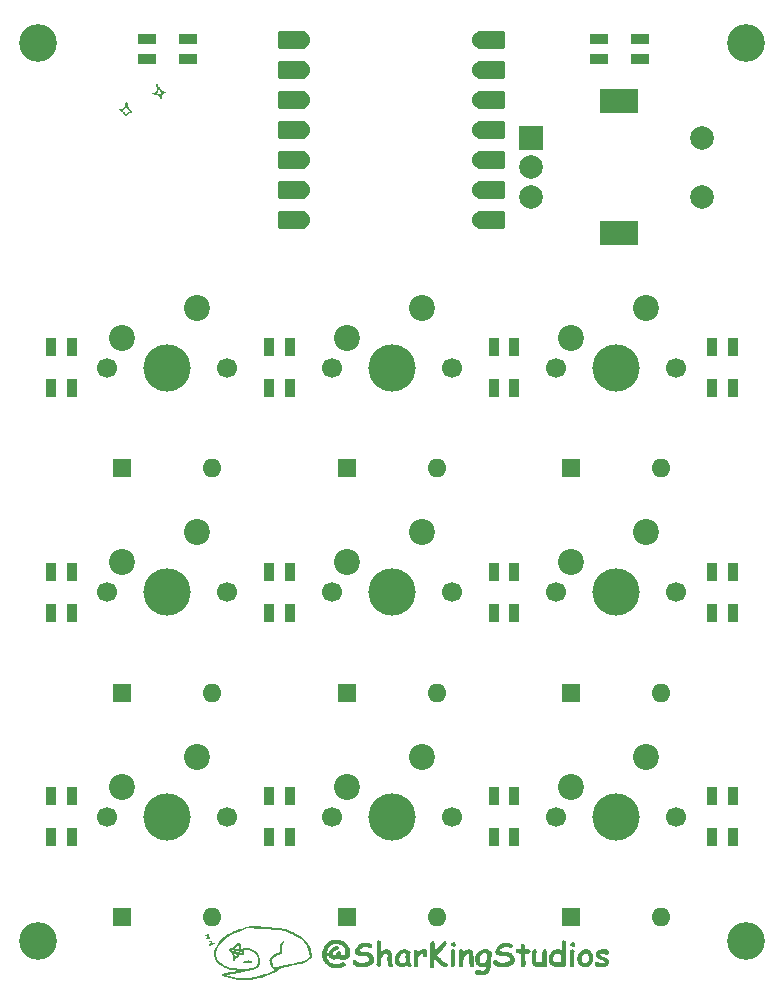
<source format=gts>
%TF.GenerationSoftware,KiCad,Pcbnew,8.0.8*%
%TF.CreationDate,2025-02-13T12:07:57-05:00*%
%TF.ProjectId,SplashPad,53706c61-7368-4506-9164-2e6b69636164,1*%
%TF.SameCoordinates,Original*%
%TF.FileFunction,Soldermask,Top*%
%TF.FilePolarity,Negative*%
%FSLAX46Y46*%
G04 Gerber Fmt 4.6, Leading zero omitted, Abs format (unit mm)*
G04 Created by KiCad (PCBNEW 8.0.8) date 2025-02-13 12:07:57*
%MOMM*%
%LPD*%
G01*
G04 APERTURE LIST*
G04 Aperture macros list*
%AMRoundRect*
0 Rectangle with rounded corners*
0 $1 Rounding radius*
0 $2 $3 $4 $5 $6 $7 $8 $9 X,Y pos of 4 corners*
0 Add a 4 corners polygon primitive as box body*
4,1,4,$2,$3,$4,$5,$6,$7,$8,$9,$2,$3,0*
0 Add four circle primitives for the rounded corners*
1,1,$1+$1,$2,$3*
1,1,$1+$1,$4,$5*
1,1,$1+$1,$6,$7*
1,1,$1+$1,$8,$9*
0 Add four rect primitives between the rounded corners*
20,1,$1+$1,$2,$3,$4,$5,0*
20,1,$1+$1,$4,$5,$6,$7,0*
20,1,$1+$1,$6,$7,$8,$9,0*
20,1,$1+$1,$8,$9,$2,$3,0*%
G04 Aperture macros list end*
%ADD10C,0.300000*%
%ADD11C,0.000000*%
%ADD12R,0.850000X1.600000*%
%ADD13R,1.600000X1.600000*%
%ADD14O,1.600000X1.600000*%
%ADD15C,1.700000*%
%ADD16C,4.000000*%
%ADD17C,2.200000*%
%ADD18C,3.200000*%
%ADD19R,2.000000X2.000000*%
%ADD20C,2.000000*%
%ADD21R,3.200000X2.000000*%
%ADD22R,1.600000X0.850000*%
%ADD23RoundRect,0.152400X1.063600X0.609600X-1.063600X0.609600X-1.063600X-0.609600X1.063600X-0.609600X0*%
%ADD24C,1.524000*%
%ADD25RoundRect,0.152400X-1.063600X-0.609600X1.063600X-0.609600X1.063600X0.609600X-1.063600X0.609600X0*%
G04 APERTURE END LIST*
D10*
G36*
X162294207Y-147628527D02*
G01*
X162193243Y-147614051D01*
X162103698Y-147577236D01*
X162020257Y-147524543D01*
X161942608Y-147462385D01*
X161912700Y-147435087D01*
X161836639Y-147500156D01*
X161762735Y-147544996D01*
X161670167Y-147584197D01*
X161589811Y-147597264D01*
X161483480Y-147584241D01*
X161391289Y-147550251D01*
X161302421Y-147495163D01*
X161263991Y-147463907D01*
X161190318Y-147386344D01*
X161136737Y-147294181D01*
X161112923Y-147195720D01*
X161111584Y-147164954D01*
X161121775Y-147052528D01*
X161152349Y-146944777D01*
X161194779Y-146856140D01*
X161252184Y-146770937D01*
X161324563Y-146689169D01*
X161408524Y-146615295D01*
X161496640Y-146556705D01*
X161588912Y-146513400D01*
X161685341Y-146485379D01*
X161785925Y-146472642D01*
X161820376Y-146471793D01*
X161920691Y-146491164D01*
X161980977Y-146569861D01*
X161984996Y-146609546D01*
X161949427Y-146704891D01*
X161866720Y-146762914D01*
X161858967Y-146766350D01*
X161758736Y-146809123D01*
X161666082Y-146848893D01*
X161624005Y-146867466D01*
X161551974Y-146938490D01*
X161509843Y-147031332D01*
X161497487Y-147134668D01*
X161520935Y-147184005D01*
X161588346Y-147222107D01*
X161684047Y-147196440D01*
X161755896Y-147126852D01*
X161862875Y-146945136D01*
X161935048Y-146871496D01*
X162016748Y-146846950D01*
X162114588Y-146880236D01*
X162156380Y-146970752D01*
X162159874Y-147020851D01*
X162150593Y-147103405D01*
X162141800Y-147187424D01*
X162196999Y-147251905D01*
X162294207Y-147253370D01*
X162392864Y-147245116D01*
X162489256Y-147207256D01*
X162515491Y-147183517D01*
X162557623Y-147093025D01*
X162570790Y-146992297D01*
X162571667Y-146952463D01*
X162562926Y-146843653D01*
X162536702Y-146742536D01*
X162492996Y-146649113D01*
X162431808Y-146563384D01*
X162353137Y-146485348D01*
X162323028Y-146461046D01*
X162232719Y-146400951D01*
X162135816Y-146353289D01*
X162032318Y-146318061D01*
X161922226Y-146295266D01*
X161805539Y-146284905D01*
X161765177Y-146284214D01*
X161653203Y-146290726D01*
X161549003Y-146310261D01*
X161452580Y-146342818D01*
X161363932Y-146388399D01*
X161283060Y-146447003D01*
X161209964Y-146518630D01*
X161182903Y-146550928D01*
X161116997Y-146646171D01*
X161064727Y-146750550D01*
X161031585Y-146844512D01*
X161007912Y-146944819D01*
X160993708Y-147051470D01*
X160988974Y-147164466D01*
X160994483Y-147267348D01*
X161011013Y-147365031D01*
X161045394Y-147475387D01*
X161095643Y-147578255D01*
X161161760Y-147673636D01*
X161214654Y-147733063D01*
X161291195Y-147802019D01*
X161374271Y-147859287D01*
X161463882Y-147904868D01*
X161560029Y-147938761D01*
X161662711Y-147960967D01*
X161771928Y-147971486D01*
X161817445Y-147972421D01*
X161920924Y-147959827D01*
X162017315Y-147936025D01*
X162115638Y-147905800D01*
X162208646Y-147873686D01*
X162290300Y-147843461D01*
X162384266Y-147816212D01*
X162387508Y-147816106D01*
X162483208Y-147843033D01*
X162524773Y-147878632D01*
X162574741Y-147967850D01*
X162581437Y-148020293D01*
X162544264Y-148114725D01*
X162458552Y-148184088D01*
X162357480Y-148233122D01*
X162266852Y-148265512D01*
X162159502Y-148297489D01*
X162057574Y-148321612D01*
X161961070Y-148337881D01*
X161857419Y-148346857D01*
X161820376Y-148347578D01*
X161695675Y-148342411D01*
X161575828Y-148326909D01*
X161460836Y-148301073D01*
X161350697Y-148264902D01*
X161245413Y-148218396D01*
X161144984Y-148161557D01*
X161049409Y-148094382D01*
X160958688Y-148016873D01*
X160873737Y-147929839D01*
X160800113Y-147837507D01*
X160737816Y-147739879D01*
X160686845Y-147636953D01*
X160647202Y-147528731D01*
X160618885Y-147415211D01*
X160601895Y-147296395D01*
X160596231Y-147172281D01*
X160600956Y-147044084D01*
X160615129Y-146921078D01*
X160638752Y-146803261D01*
X160671824Y-146690635D01*
X160714345Y-146583198D01*
X160766316Y-146480952D01*
X160827735Y-146383896D01*
X160898604Y-146292030D01*
X160983631Y-146202271D01*
X161075314Y-146124480D01*
X161173652Y-146058656D01*
X161278646Y-146004801D01*
X161390295Y-145962913D01*
X161508600Y-145932993D01*
X161633561Y-145915041D01*
X161731649Y-145909431D01*
X161765177Y-145909057D01*
X161883933Y-145913446D01*
X161998399Y-145926612D01*
X162108575Y-145948556D01*
X162214462Y-145979277D01*
X162316060Y-146018776D01*
X162413367Y-146067052D01*
X162506386Y-146124106D01*
X162595115Y-146189937D01*
X162681439Y-146267339D01*
X162756254Y-146349824D01*
X162819559Y-146437393D01*
X162871353Y-146530045D01*
X162911638Y-146627780D01*
X162940413Y-146730599D01*
X162957678Y-146838501D01*
X162963433Y-146951486D01*
X162957594Y-147065408D01*
X162940077Y-147169404D01*
X162910882Y-147263474D01*
X162862063Y-147360676D01*
X162797348Y-147444368D01*
X162714000Y-147516125D01*
X162615692Y-147570258D01*
X162519521Y-147602630D01*
X162412360Y-147622053D01*
X162314663Y-147628347D01*
X162294207Y-147628527D01*
G37*
G36*
X163891067Y-148253789D02*
G01*
X163785687Y-148249984D01*
X163687535Y-148238571D01*
X163579291Y-148214832D01*
X163481455Y-148180136D01*
X163394025Y-148134484D01*
X163341521Y-148097962D01*
X163267576Y-148030703D01*
X163209642Y-147948980D01*
X163176631Y-147850653D01*
X163172505Y-147798520D01*
X163192922Y-147701472D01*
X163224773Y-147654417D01*
X163310415Y-147604017D01*
X163368876Y-147597264D01*
X163464392Y-147620265D01*
X163534663Y-147689267D01*
X163550104Y-147717431D01*
X163609756Y-147795355D01*
X163700783Y-147847777D01*
X163808036Y-147872965D01*
X163904745Y-147878632D01*
X164007267Y-147874074D01*
X164108386Y-147860399D01*
X164208103Y-147837609D01*
X164306417Y-147805702D01*
X164361967Y-147783377D01*
X164451426Y-147739913D01*
X164534159Y-147681284D01*
X164587968Y-147598302D01*
X164591556Y-147569420D01*
X164574701Y-147472474D01*
X164511322Y-147391092D01*
X164448918Y-147358883D01*
X164343634Y-147335665D01*
X164241540Y-147324918D01*
X164131271Y-147318620D01*
X164040544Y-147315896D01*
X163939040Y-147309522D01*
X163842259Y-147295527D01*
X163737433Y-147270202D01*
X163638774Y-147234924D01*
X163615073Y-147224549D01*
X163528737Y-147177214D01*
X163451019Y-147113003D01*
X163392538Y-147027770D01*
X163366419Y-146929898D01*
X163364968Y-146889937D01*
X163376188Y-146788786D01*
X163406917Y-146690864D01*
X163457155Y-146596170D01*
X163526901Y-146504705D01*
X163599926Y-146430950D01*
X163650244Y-146387773D01*
X163739731Y-146321914D01*
X163832033Y-146267217D01*
X163927149Y-146223682D01*
X164025080Y-146191311D01*
X164125826Y-146170102D01*
X164229386Y-146160055D01*
X164271598Y-146159162D01*
X164371734Y-146166666D01*
X164475690Y-146186511D01*
X164579773Y-146214975D01*
X164604256Y-146222665D01*
X164699996Y-146258218D01*
X164788538Y-146307295D01*
X164849005Y-146391164D01*
X164849965Y-146403893D01*
X164824477Y-146500391D01*
X164800628Y-146533342D01*
X164719417Y-146587915D01*
X164658967Y-146596845D01*
X164559837Y-146585824D01*
X164466015Y-146565582D01*
X164365570Y-146544211D01*
X164271598Y-146534319D01*
X164173285Y-146541364D01*
X164067401Y-146563785D01*
X163975125Y-146597097D01*
X163935031Y-146615896D01*
X163847962Y-146668571D01*
X163780242Y-146746963D01*
X163769923Y-146794193D01*
X163819748Y-146876748D01*
X163912711Y-146912073D01*
X163970690Y-146922177D01*
X164069493Y-146927397D01*
X164168063Y-146932618D01*
X164266402Y-146937839D01*
X164320935Y-146940739D01*
X164430924Y-146953963D01*
X164531915Y-146976048D01*
X164638363Y-147013013D01*
X164732564Y-147062040D01*
X164803558Y-147113663D01*
X164879503Y-147192403D01*
X164936795Y-147283297D01*
X164975433Y-147386347D01*
X164993706Y-147484349D01*
X164998464Y-147572840D01*
X164988602Y-147680206D01*
X164959013Y-147779129D01*
X164909700Y-147869609D01*
X164840660Y-147951645D01*
X164751896Y-148025238D01*
X164666682Y-148078032D01*
X164594487Y-148114082D01*
X164496169Y-148154329D01*
X164393559Y-148187755D01*
X164286655Y-148214360D01*
X164175457Y-148234142D01*
X164059967Y-148247104D01*
X163940183Y-148253243D01*
X163891067Y-148253789D01*
G37*
G36*
X165594905Y-146918757D02*
G01*
X165672071Y-146851461D01*
X165760318Y-146794525D01*
X165809839Y-146770746D01*
X165905770Y-146739119D01*
X166007021Y-146723615D01*
X166055547Y-146721898D01*
X166164785Y-146730110D01*
X166267971Y-146758983D01*
X166358150Y-146815445D01*
X166393579Y-146853300D01*
X166442649Y-146941846D01*
X166470632Y-147038408D01*
X166485783Y-147143015D01*
X166486880Y-147155673D01*
X166491298Y-147260840D01*
X166496001Y-147366294D01*
X166500991Y-147472034D01*
X166502023Y-147493217D01*
X166511976Y-147592593D01*
X166522272Y-147694041D01*
X166529378Y-147761395D01*
X166543457Y-147861280D01*
X166561054Y-147959843D01*
X166575785Y-148026643D01*
X166582623Y-148077445D01*
X166552341Y-148173811D01*
X166524005Y-148203963D01*
X166434610Y-148248923D01*
X166387718Y-148253789D01*
X166291123Y-148231377D01*
X166223163Y-148157112D01*
X166207955Y-148117990D01*
X166183866Y-148022918D01*
X166165052Y-147924381D01*
X166149098Y-147820689D01*
X166147383Y-147808290D01*
X166135340Y-147705988D01*
X166126581Y-147605009D01*
X166122494Y-147501465D01*
X166122470Y-147493705D01*
X166125679Y-147395364D01*
X166125889Y-147391123D01*
X166129782Y-147292892D01*
X166129797Y-147288541D01*
X166128412Y-147190121D01*
X166126866Y-147171793D01*
X166062752Y-147097347D01*
X166055547Y-147097055D01*
X165954115Y-147113274D01*
X165859378Y-147161934D01*
X165779064Y-147234319D01*
X165714951Y-147317907D01*
X165658164Y-147406693D01*
X165606140Y-147495170D01*
X165605385Y-147610751D01*
X165603118Y-147714226D01*
X165598159Y-147826546D01*
X165589092Y-147936364D01*
X165571712Y-148040419D01*
X165557780Y-148080865D01*
X165493559Y-148160105D01*
X165394534Y-148191155D01*
X165387299Y-148191263D01*
X165289697Y-148167020D01*
X165250523Y-148139972D01*
X165196747Y-148058364D01*
X165190928Y-148013942D01*
X165206071Y-147941646D01*
X165215108Y-147834302D01*
X165219077Y-147722835D01*
X165221813Y-147613951D01*
X165222679Y-147572840D01*
X165220681Y-147457080D01*
X165219882Y-147341041D01*
X165219810Y-147235398D01*
X165220241Y-147118368D01*
X165221176Y-146989949D01*
X165222208Y-146886162D01*
X165223523Y-146775970D01*
X165225122Y-146659371D01*
X165228053Y-146614431D01*
X165232780Y-146516247D01*
X165236154Y-146418565D01*
X165236357Y-146399009D01*
X165226967Y-146298776D01*
X165223168Y-146273956D01*
X165211472Y-146175978D01*
X165210467Y-146148904D01*
X165239488Y-146051638D01*
X165266643Y-146021409D01*
X165355408Y-145976449D01*
X165402930Y-145971584D01*
X165498594Y-145995689D01*
X165564913Y-146068004D01*
X165585624Y-146117641D01*
X165604207Y-146214813D01*
X165610882Y-146320372D01*
X165611514Y-146371653D01*
X165610346Y-146475586D01*
X165606843Y-146580756D01*
X165603210Y-146651556D01*
X165598149Y-146752558D01*
X165595424Y-146852598D01*
X165594905Y-146918757D01*
G37*
G36*
X167673442Y-146732133D02*
G01*
X167768583Y-146756300D01*
X167861061Y-146790204D01*
X167871737Y-146794682D01*
X167962565Y-146840416D01*
X168039606Y-146902565D01*
X168079344Y-146998869D01*
X168047592Y-147084354D01*
X168030373Y-147180891D01*
X168026099Y-147220153D01*
X168020174Y-147320737D01*
X168018771Y-147411151D01*
X168020548Y-147517286D01*
X168026929Y-147621639D01*
X168041431Y-147726663D01*
X168055896Y-147783377D01*
X168095693Y-147872953D01*
X168118911Y-147923572D01*
X168159211Y-148014919D01*
X168172644Y-148056441D01*
X168141320Y-148149955D01*
X168116957Y-148175143D01*
X168028074Y-148218778D01*
X167988485Y-148222526D01*
X167894101Y-148183731D01*
X167813291Y-148121827D01*
X167788206Y-148099916D01*
X167697577Y-148141155D01*
X167602608Y-148178675D01*
X167565457Y-148191263D01*
X167466315Y-148216542D01*
X167401814Y-148222526D01*
X167302500Y-148218232D01*
X167193964Y-148201746D01*
X167097038Y-148172895D01*
X166998630Y-148123607D01*
X166916023Y-148057490D01*
X166905512Y-148046671D01*
X166840988Y-147961152D01*
X166792312Y-147858898D01*
X166763203Y-147757930D01*
X166745738Y-147644666D01*
X166740301Y-147544996D01*
X167120446Y-147544996D01*
X167126886Y-147649791D01*
X167151616Y-147752373D01*
X167186392Y-147818548D01*
X167262706Y-147884114D01*
X167360078Y-147909092D01*
X167384228Y-147909895D01*
X167482062Y-147900079D01*
X167545429Y-147882051D01*
X167637249Y-147836943D01*
X167689043Y-147799986D01*
X167675099Y-147684621D01*
X167664039Y-147580694D01*
X167654783Y-147473901D01*
X167649012Y-147370914D01*
X167648011Y-147316873D01*
X167653872Y-147217222D01*
X167668061Y-147117081D01*
X167672435Y-147091681D01*
X167623586Y-147072142D01*
X167587438Y-147065792D01*
X167485910Y-147077229D01*
X167391800Y-147111541D01*
X167305109Y-147168728D01*
X167260153Y-147210383D01*
X167192619Y-147295310D01*
X167147187Y-147387423D01*
X167123857Y-147486724D01*
X167120446Y-147544996D01*
X166740301Y-147544996D01*
X166740077Y-147540887D01*
X166739916Y-147519106D01*
X166745879Y-147418685D01*
X166768776Y-147304288D01*
X166808848Y-147196554D01*
X166866092Y-147095483D01*
X166926914Y-147016348D01*
X166984159Y-146956371D01*
X167062987Y-146888822D01*
X167146513Y-146832723D01*
X167234739Y-146788072D01*
X167327663Y-146754870D01*
X167425286Y-146733118D01*
X167527608Y-146722814D01*
X167569853Y-146721898D01*
X167673442Y-146732133D01*
G37*
G36*
X169509630Y-147193286D02*
G01*
X169489584Y-147297893D01*
X169429297Y-147379254D01*
X169329643Y-147409474D01*
X169318632Y-147409685D01*
X169219902Y-147388906D01*
X169156058Y-147310767D01*
X169145219Y-147233831D01*
X169138381Y-147097055D01*
X169028775Y-147122494D01*
X168931499Y-147162909D01*
X168846554Y-147218298D01*
X168773940Y-147288663D01*
X168713656Y-147374003D01*
X168696301Y-147405778D01*
X168697766Y-148077445D01*
X168670008Y-148173361D01*
X168644033Y-148203475D01*
X168556527Y-148248875D01*
X168507745Y-148253789D01*
X168412597Y-148230437D01*
X168375854Y-148199567D01*
X168334638Y-148110449D01*
X168331891Y-148074026D01*
X168331891Y-147183028D01*
X168333629Y-147082577D01*
X168334333Y-147057487D01*
X168337032Y-146958412D01*
X168337264Y-146931458D01*
X168360985Y-146835037D01*
X168383182Y-146804452D01*
X168469826Y-146757218D01*
X168514584Y-146753161D01*
X168611808Y-146775211D01*
X168677755Y-146848866D01*
X168696301Y-146909965D01*
X168789398Y-146846051D01*
X168886238Y-146795361D01*
X168986822Y-146757895D01*
X169091150Y-146733652D01*
X169199222Y-146722632D01*
X169236078Y-146721898D01*
X169343238Y-146739920D01*
X169433478Y-146804652D01*
X169484238Y-146899911D01*
X169506798Y-147010249D01*
X169511095Y-147098520D01*
X169509630Y-147193286D01*
G37*
G36*
X170105094Y-147547438D02*
G01*
X170103628Y-148132644D01*
X170079285Y-148229206D01*
X170069434Y-148245484D01*
X169992002Y-148306354D01*
X169929239Y-148316315D01*
X169832397Y-148294089D01*
X169758757Y-148227411D01*
X169717618Y-148136468D01*
X169710886Y-148078422D01*
X169711351Y-147974374D01*
X169712746Y-147855179D01*
X169714532Y-147748918D01*
X169716914Y-147632964D01*
X169719890Y-147507316D01*
X169722514Y-147406719D01*
X169725472Y-147300669D01*
X169728765Y-147189167D01*
X169729937Y-147150788D01*
X169733429Y-147037468D01*
X169736577Y-146929601D01*
X169739382Y-146827187D01*
X169742588Y-146699116D01*
X169745183Y-146580738D01*
X169747167Y-146472054D01*
X169748541Y-146373063D01*
X169749400Y-146262956D01*
X169749476Y-146223154D01*
X169775335Y-146126748D01*
X169804187Y-146089797D01*
X169892784Y-146039548D01*
X169941451Y-146034110D01*
X170037602Y-146058092D01*
X170078227Y-146089797D01*
X170127154Y-146176757D01*
X170132449Y-146223154D01*
X170130732Y-146329308D01*
X170126677Y-146436660D01*
X170121716Y-146534907D01*
X170120237Y-146561186D01*
X170114196Y-146662011D01*
X170108147Y-146769525D01*
X170103377Y-146867137D01*
X170102163Y-146899218D01*
X170182824Y-146814252D01*
X170266291Y-146722730D01*
X170351372Y-146628235D01*
X170425861Y-146544951D01*
X170509504Y-146451029D01*
X170602300Y-146346468D01*
X170669249Y-146270850D01*
X170740266Y-146190503D01*
X170815352Y-146105429D01*
X170897306Y-146045880D01*
X170960921Y-146034110D01*
X171059362Y-146060200D01*
X171097697Y-146089309D01*
X171150590Y-146175849D01*
X171156315Y-146222665D01*
X171117642Y-146315041D01*
X171052760Y-146409168D01*
X170987239Y-146493231D01*
X170923316Y-146570580D01*
X170849165Y-146656904D01*
X170829030Y-146679888D01*
X170752835Y-146765053D01*
X170675376Y-146849885D01*
X170596653Y-146934382D01*
X170516666Y-147018546D01*
X170435415Y-147102375D01*
X170352899Y-147185871D01*
X170319539Y-147219176D01*
X170394399Y-147290739D01*
X170469504Y-147362302D01*
X170544853Y-147433866D01*
X170620446Y-147505429D01*
X170695676Y-147574454D01*
X170777475Y-147646529D01*
X170854816Y-147711337D01*
X170936496Y-147775561D01*
X171023408Y-147827687D01*
X171087438Y-147853230D01*
X171177037Y-147900858D01*
X171229303Y-147986984D01*
X171234473Y-148033970D01*
X171208043Y-148130931D01*
X171197348Y-148148276D01*
X171118198Y-148212084D01*
X171055687Y-148222526D01*
X170950204Y-148206345D01*
X170845936Y-148165639D01*
X170747670Y-148111028D01*
X170659512Y-148051613D01*
X170565652Y-147979557D01*
X170546196Y-147963628D01*
X170463030Y-147889821D01*
X170389270Y-147820990D01*
X170314135Y-147749568D01*
X170226572Y-147665362D01*
X170147575Y-147588792D01*
X170105094Y-147547438D01*
G37*
G36*
X171725401Y-146503056D02*
G01*
X171629253Y-146483941D01*
X171572993Y-146448834D01*
X171516132Y-146366718D01*
X171508513Y-146315478D01*
X171538990Y-146218883D01*
X171572993Y-146182609D01*
X171662752Y-146135593D01*
X171725401Y-146127899D01*
X171821376Y-146147187D01*
X171877320Y-146182609D01*
X171933750Y-146264294D01*
X171941311Y-146315478D01*
X171911065Y-146412303D01*
X171877320Y-146448834D01*
X171787980Y-146495431D01*
X171725401Y-146503056D01*
G37*
G36*
X171842149Y-147527899D02*
G01*
X171843370Y-147631214D01*
X171845626Y-147730295D01*
X171847034Y-147782889D01*
X171849610Y-147883095D01*
X171851532Y-147985264D01*
X171851919Y-148037390D01*
X171826521Y-148134823D01*
X171798185Y-148170258D01*
X171711120Y-148217421D01*
X171662386Y-148222526D01*
X171566446Y-148200016D01*
X171526099Y-148170258D01*
X171478053Y-148084998D01*
X171472854Y-148037390D01*
X171471632Y-147934197D01*
X171469376Y-147835341D01*
X171467969Y-147782889D01*
X171465393Y-147682425D01*
X171463470Y-147580063D01*
X171463084Y-147527899D01*
X171465007Y-147426118D01*
X171469549Y-147327973D01*
X171475920Y-147229282D01*
X171476762Y-147217711D01*
X171483373Y-147117693D01*
X171488182Y-147018164D01*
X171490426Y-146914849D01*
X171490439Y-146907034D01*
X171515606Y-146809600D01*
X171543684Y-146774166D01*
X171631190Y-146727002D01*
X171679972Y-146721898D01*
X171775701Y-146744408D01*
X171815771Y-146774166D01*
X171864257Y-146859425D01*
X171869504Y-146907034D01*
X171867581Y-147008883D01*
X171863039Y-147107191D01*
X171856668Y-147206109D01*
X171855826Y-147217711D01*
X171849215Y-147317492D01*
X171844406Y-147416849D01*
X171842162Y-147520084D01*
X171842149Y-147527899D01*
G37*
G36*
X173278297Y-148253789D02*
G01*
X173179819Y-148234972D01*
X173109128Y-148164213D01*
X173090230Y-148094542D01*
X173075873Y-147992487D01*
X173061379Y-147890020D01*
X173051639Y-147821479D01*
X173039959Y-147724035D01*
X173032746Y-147622208D01*
X173031123Y-147548904D01*
X173035135Y-147446808D01*
X173036008Y-147431667D01*
X173040659Y-147331728D01*
X173040893Y-147314431D01*
X173043335Y-147267536D01*
X173046266Y-147206475D01*
X173020811Y-147109984D01*
X172987159Y-147097055D01*
X172885170Y-147120999D01*
X172800130Y-147178662D01*
X172739009Y-147242135D01*
X172674999Y-147329886D01*
X172625044Y-147418203D01*
X172581622Y-147516228D01*
X172548988Y-147609965D01*
X172539103Y-147710570D01*
X172536775Y-147728667D01*
X172528674Y-147829143D01*
X172528471Y-147847369D01*
X172535693Y-147947721D01*
X172537264Y-147961674D01*
X172545748Y-148060030D01*
X172546057Y-148075491D01*
X172518046Y-148172559D01*
X172491835Y-148202986D01*
X172403888Y-148248828D01*
X172355059Y-148253789D01*
X172259119Y-148231700D01*
X172218771Y-148202498D01*
X172169738Y-148114888D01*
X172165526Y-148073049D01*
X172158706Y-147971894D01*
X172157222Y-147957766D01*
X172149210Y-147857675D01*
X172148918Y-147841995D01*
X172151169Y-147739534D01*
X172156360Y-147637671D01*
X172163504Y-147533501D01*
X172167969Y-147476608D01*
X172175582Y-147378958D01*
X172181994Y-147279437D01*
X172186573Y-147173153D01*
X172187508Y-147110732D01*
X172184031Y-147012973D01*
X172182623Y-146988611D01*
X172178044Y-146889601D01*
X172177739Y-146866978D01*
X172206507Y-146771062D01*
X172233426Y-146740949D01*
X172322002Y-146695548D01*
X172370202Y-146690635D01*
X172466449Y-146711910D01*
X172534413Y-146784461D01*
X172560482Y-146882117D01*
X172562665Y-146908499D01*
X172564131Y-146923642D01*
X172640174Y-146855081D01*
X172730802Y-146793020D01*
X172823486Y-146750268D01*
X172931930Y-146725050D01*
X172987159Y-146721898D01*
X173093141Y-146732042D01*
X173195372Y-146768480D01*
X173277452Y-146831419D01*
X173339383Y-146920857D01*
X173345708Y-146933900D01*
X173380484Y-147036482D01*
X173399031Y-147138332D01*
X173408498Y-147241875D01*
X173411589Y-147341343D01*
X173411653Y-147358883D01*
X173411653Y-147454138D01*
X173410188Y-147541577D01*
X173415798Y-147644639D01*
X173428077Y-147741884D01*
X173439497Y-147811221D01*
X173455211Y-147908355D01*
X173466385Y-148008922D01*
X173469295Y-148079399D01*
X173440779Y-148174163D01*
X173414096Y-148203963D01*
X173326401Y-148248923D01*
X173278297Y-148253789D01*
G37*
G36*
X174514386Y-146727138D02*
G01*
X174613870Y-146746207D01*
X174637752Y-146753649D01*
X174727202Y-146796622D01*
X174789183Y-146849881D01*
X174888469Y-146883832D01*
X174949778Y-146965371D01*
X174963572Y-147056999D01*
X174957240Y-147158901D01*
X174943055Y-147262525D01*
X174934752Y-147311500D01*
X174917872Y-147413590D01*
X174903258Y-147517446D01*
X174890910Y-147623067D01*
X174880828Y-147730453D01*
X174873011Y-147839603D01*
X174867461Y-147950519D01*
X174865875Y-147995380D01*
X174860563Y-148102824D01*
X174851465Y-148202650D01*
X174834769Y-148316722D01*
X174812157Y-148418891D01*
X174777215Y-148525784D01*
X174733755Y-148615537D01*
X174717376Y-148641646D01*
X174654426Y-148719046D01*
X174577928Y-148783326D01*
X174487883Y-148834489D01*
X174384289Y-148872532D01*
X174267148Y-148897457D01*
X174163681Y-148907952D01*
X174080390Y-148910314D01*
X173955140Y-148906512D01*
X173846589Y-148895109D01*
X173734385Y-148870165D01*
X173634184Y-148824553D01*
X173564775Y-148749720D01*
X173545987Y-148667048D01*
X173566604Y-148567231D01*
X173593859Y-148526364D01*
X173678770Y-148476881D01*
X173720376Y-148472630D01*
X173818722Y-148484842D01*
X173897697Y-148503893D01*
X173993613Y-148525265D01*
X174091097Y-148535034D01*
X174102372Y-148535157D01*
X174208804Y-148526810D01*
X174307302Y-148497959D01*
X174391628Y-148442421D01*
X174404256Y-148429644D01*
X174459338Y-148341813D01*
X174490924Y-148244706D01*
X174508815Y-148139315D01*
X174514166Y-148079888D01*
X174434845Y-148145600D01*
X174356385Y-148186866D01*
X174258274Y-148214690D01*
X174163921Y-148222526D01*
X174064946Y-148216172D01*
X173958590Y-148192697D01*
X173862052Y-148151924D01*
X173775332Y-148093855D01*
X173719399Y-148041786D01*
X173652781Y-147957874D01*
X173602525Y-147864284D01*
X173568632Y-147761018D01*
X173551101Y-147648074D01*
X173548429Y-147579190D01*
X173548972Y-147567955D01*
X173925052Y-147567955D01*
X173931063Y-147666253D01*
X173954143Y-147762424D01*
X173986601Y-147824410D01*
X174064026Y-147888524D01*
X174164562Y-147909811D01*
X174172226Y-147909895D01*
X174271148Y-147883902D01*
X174356236Y-147820246D01*
X174398883Y-147774096D01*
X174456776Y-147693830D01*
X174502572Y-147598392D01*
X174521004Y-147519595D01*
X174538254Y-147418825D01*
X174553153Y-147316640D01*
X174566991Y-147211501D01*
X174579447Y-147109697D01*
X174581577Y-147091681D01*
X174492094Y-147050082D01*
X174489253Y-147049183D01*
X174401814Y-147034528D01*
X174292027Y-147044451D01*
X174195184Y-147074218D01*
X174101710Y-147131427D01*
X174040334Y-147193286D01*
X173984607Y-147281381D01*
X173947118Y-147383000D01*
X173929105Y-147484681D01*
X173925052Y-147567955D01*
X173548972Y-147567955D01*
X173553999Y-147463981D01*
X173570707Y-147355880D01*
X173598554Y-147254886D01*
X173637540Y-147161000D01*
X173687664Y-147074223D01*
X173748928Y-146994553D01*
X173776552Y-146964675D01*
X173854490Y-146894734D01*
X173940538Y-146836648D01*
X174034696Y-146790416D01*
X174136963Y-146756038D01*
X174247340Y-146733515D01*
X174365826Y-146722846D01*
X174415491Y-146721898D01*
X174514386Y-146727138D01*
G37*
G36*
X175790579Y-148253789D02*
G01*
X175685199Y-148249984D01*
X175587046Y-148238571D01*
X175478803Y-148214832D01*
X175380966Y-148180136D01*
X175293537Y-148134484D01*
X175241032Y-148097962D01*
X175167088Y-148030703D01*
X175109154Y-147948980D01*
X175076143Y-147850653D01*
X175072016Y-147798520D01*
X175092433Y-147701472D01*
X175124284Y-147654417D01*
X175209926Y-147604017D01*
X175268387Y-147597264D01*
X175363904Y-147620265D01*
X175434175Y-147689267D01*
X175449616Y-147717431D01*
X175509267Y-147795355D01*
X175600294Y-147847777D01*
X175707548Y-147872965D01*
X175804256Y-147878632D01*
X175906778Y-147874074D01*
X176007898Y-147860399D01*
X176107615Y-147837609D01*
X176205929Y-147805702D01*
X176261479Y-147783377D01*
X176350938Y-147739913D01*
X176433670Y-147681284D01*
X176487480Y-147598302D01*
X176491067Y-147569420D01*
X176474213Y-147472474D01*
X176410833Y-147391092D01*
X176348429Y-147358883D01*
X176243145Y-147335665D01*
X176141052Y-147324918D01*
X176030783Y-147318620D01*
X175940055Y-147315896D01*
X175838552Y-147309522D01*
X175741770Y-147295527D01*
X175636944Y-147270202D01*
X175538285Y-147234924D01*
X175514584Y-147224549D01*
X175428248Y-147177214D01*
X175350530Y-147113003D01*
X175292049Y-147027770D01*
X175265931Y-146929898D01*
X175264480Y-146889937D01*
X175275700Y-146788786D01*
X175306428Y-146690864D01*
X175356666Y-146596170D01*
X175426413Y-146504705D01*
X175499437Y-146430950D01*
X175549755Y-146387773D01*
X175639243Y-146321914D01*
X175731544Y-146267217D01*
X175826661Y-146223682D01*
X175924592Y-146191311D01*
X176025337Y-146170102D01*
X176128897Y-146160055D01*
X176171109Y-146159162D01*
X176271245Y-146166666D01*
X176375201Y-146186511D01*
X176479284Y-146214975D01*
X176503768Y-146222665D01*
X176599508Y-146258218D01*
X176688049Y-146307295D01*
X176748516Y-146391164D01*
X176749476Y-146403893D01*
X176723989Y-146500391D01*
X176700139Y-146533342D01*
X176618928Y-146587915D01*
X176558478Y-146596845D01*
X176459349Y-146585824D01*
X176365526Y-146565582D01*
X176265081Y-146544211D01*
X176171109Y-146534319D01*
X176072796Y-146541364D01*
X175966913Y-146563785D01*
X175874636Y-146597097D01*
X175834542Y-146615896D01*
X175747474Y-146668571D01*
X175679754Y-146746963D01*
X175669434Y-146794193D01*
X175719260Y-146876748D01*
X175812223Y-146912073D01*
X175870202Y-146922177D01*
X175969004Y-146927397D01*
X176067575Y-146932618D01*
X176165914Y-146937839D01*
X176220446Y-146940739D01*
X176330436Y-146953963D01*
X176431426Y-146976048D01*
X176537875Y-147013013D01*
X176632075Y-147062040D01*
X176703070Y-147113663D01*
X176779015Y-147192403D01*
X176836306Y-147283297D01*
X176874945Y-147386347D01*
X176893217Y-147484349D01*
X176897976Y-147572840D01*
X176888113Y-147680206D01*
X176858525Y-147779129D01*
X176809211Y-147869609D01*
X176740172Y-147951645D01*
X176651407Y-148025238D01*
X176566193Y-148078032D01*
X176493998Y-148114082D01*
X176395681Y-148154329D01*
X176293070Y-148187755D01*
X176186166Y-148214360D01*
X176074969Y-148234142D01*
X175959478Y-148247104D01*
X175839694Y-148253243D01*
X175790579Y-148253789D01*
G37*
G36*
X178056664Y-147090216D02*
G01*
X177988276Y-147088262D01*
X177920376Y-147086308D01*
X177821570Y-147092867D01*
X177789951Y-147097055D01*
X177794316Y-147195153D01*
X177799468Y-147315706D01*
X177803856Y-147424550D01*
X177808269Y-147544141D01*
X177811489Y-147645438D01*
X177813993Y-147756518D01*
X177814375Y-147803893D01*
X177815840Y-147868862D01*
X177817306Y-147946043D01*
X177810299Y-148050628D01*
X177784413Y-148145296D01*
X177723104Y-148223735D01*
X177618004Y-148253789D01*
X177520014Y-148230068D01*
X177487578Y-148207871D01*
X177431797Y-148125736D01*
X177427006Y-148086727D01*
X177429204Y-147986526D01*
X177430914Y-147941158D01*
X177434584Y-147842944D01*
X177435310Y-147795589D01*
X177433784Y-147690748D01*
X177430635Y-147581583D01*
X177426700Y-147470619D01*
X177422692Y-147368762D01*
X177417922Y-147255273D01*
X177412388Y-147130152D01*
X177410886Y-147097055D01*
X177311638Y-147089606D01*
X177204729Y-147078855D01*
X177152965Y-147073119D01*
X177054792Y-147042080D01*
X176991307Y-146960004D01*
X176980530Y-146885052D01*
X177003040Y-146789142D01*
X177032798Y-146747299D01*
X177118981Y-146696168D01*
X177167620Y-146690635D01*
X177266504Y-146700526D01*
X177368020Y-146716311D01*
X177401116Y-146721898D01*
X177396720Y-146621514D01*
X177394277Y-146573398D01*
X177389539Y-146473531D01*
X177388904Y-146435157D01*
X177415456Y-146339717D01*
X177445080Y-146304731D01*
X177533845Y-146258008D01*
X177581367Y-146252951D01*
X177679599Y-146280849D01*
X177745682Y-146364544D01*
X177774853Y-146468214D01*
X177784379Y-146583940D01*
X177784577Y-146605638D01*
X177781646Y-146721898D01*
X177879740Y-146721898D01*
X177920376Y-146721898D01*
X178024928Y-146724783D01*
X178124595Y-146738748D01*
X178136287Y-146742414D01*
X178218719Y-146803108D01*
X178246089Y-146901046D01*
X178246196Y-146908988D01*
X178220799Y-147003546D01*
X178192463Y-147038436D01*
X178105398Y-147085159D01*
X178056664Y-147090216D01*
G37*
G36*
X179609071Y-147369630D02*
G01*
X179609393Y-147474072D01*
X179610039Y-147576313D01*
X179610537Y-147641228D01*
X179611310Y-147745575D01*
X179611859Y-147847241D01*
X179612002Y-147912337D01*
X179616399Y-147996357D01*
X179621284Y-148080376D01*
X179592515Y-148174888D01*
X179565596Y-148204452D01*
X179477020Y-148248971D01*
X179428820Y-148253789D01*
X179330390Y-148229853D01*
X179262735Y-148158046D01*
X179162851Y-148189215D01*
X179061034Y-148210184D01*
X178957286Y-148220951D01*
X178898813Y-148222526D01*
X178793811Y-148216150D01*
X178688653Y-148194111D01*
X178595612Y-148156330D01*
X178570062Y-148141926D01*
X178488422Y-148075923D01*
X178430348Y-147993319D01*
X178395839Y-147894114D01*
X178391765Y-147872281D01*
X178376285Y-147769151D01*
X178363429Y-147669503D01*
X178351465Y-147554521D01*
X178343279Y-147444555D01*
X178338871Y-147339603D01*
X178338032Y-147272421D01*
X178341277Y-147170188D01*
X178349612Y-147072827D01*
X178363076Y-146969360D01*
X178379064Y-146873817D01*
X178417991Y-146781241D01*
X178501711Y-146729167D01*
X178564689Y-146721898D01*
X178663088Y-146744755D01*
X178700488Y-146770258D01*
X178753611Y-146856628D01*
X178757152Y-146891891D01*
X178749329Y-146990313D01*
X178737124Y-147074096D01*
X178723433Y-147170921D01*
X178717096Y-147262163D01*
X178718140Y-147363142D01*
X178721746Y-147466640D01*
X178728688Y-147569909D01*
X178730286Y-147587494D01*
X178741963Y-147684810D01*
X178760102Y-147781328D01*
X178769364Y-147817083D01*
X178835799Y-147839553D01*
X178898325Y-147847369D01*
X178996795Y-147843218D01*
X179101084Y-147830768D01*
X179199921Y-147812465D01*
X179233914Y-147804870D01*
X179233592Y-147703040D01*
X179232792Y-147604889D01*
X179232449Y-147572840D01*
X179230663Y-147468632D01*
X179229564Y-147367943D01*
X179229518Y-147349602D01*
X179230445Y-147250180D01*
X179233871Y-147140786D01*
X179239822Y-147038497D01*
X179249714Y-146930298D01*
X179255896Y-146879678D01*
X179291754Y-146783531D01*
X179376801Y-146729448D01*
X179442498Y-146721898D01*
X179538829Y-146743356D01*
X179581228Y-146771723D01*
X179632488Y-146856470D01*
X179634961Y-146896775D01*
X179628893Y-147016149D01*
X179623634Y-147118304D01*
X179618199Y-147221783D01*
X179612712Y-147321453D01*
X179609071Y-147369630D01*
G37*
G36*
X181184695Y-145996519D02*
G01*
X181218632Y-146024340D01*
X181264066Y-146112290D01*
X181267969Y-146153300D01*
X181266015Y-146266018D01*
X181261985Y-146366746D01*
X181255757Y-146481349D01*
X181248887Y-146587451D01*
X181240491Y-146703190D01*
X181236706Y-146752184D01*
X181227840Y-146871636D01*
X181220477Y-146981476D01*
X181214617Y-147081704D01*
X181209568Y-147189289D01*
X181206412Y-147297311D01*
X181205931Y-147350579D01*
X181206427Y-147468235D01*
X181207916Y-147575740D01*
X181211171Y-147695846D01*
X181215978Y-147800090D01*
X181223791Y-147904247D01*
X181237683Y-148007592D01*
X181241591Y-148047648D01*
X181213075Y-148143509D01*
X181186392Y-148173189D01*
X181098408Y-148218623D01*
X181058897Y-148222526D01*
X180961129Y-148193932D01*
X180907955Y-148132156D01*
X180818632Y-148176234D01*
X180720279Y-148204322D01*
X180714026Y-148205429D01*
X180612177Y-148218251D01*
X180513588Y-148222509D01*
X180506908Y-148222526D01*
X180395178Y-148215759D01*
X180290799Y-148195461D01*
X180193770Y-148161629D01*
X180104091Y-148114265D01*
X180021762Y-148053368D01*
X179995952Y-148030062D01*
X179925398Y-147952628D01*
X179869442Y-147867603D01*
X179828083Y-147774987D01*
X179801321Y-147674781D01*
X179789157Y-147566984D01*
X179788346Y-147529364D01*
X179788686Y-147522037D01*
X180141521Y-147522037D01*
X180159660Y-147624498D01*
X180214078Y-147714382D01*
X180251430Y-147751625D01*
X180338877Y-147809969D01*
X180436352Y-147841385D01*
X180506908Y-147847369D01*
X180604816Y-147841027D01*
X180667620Y-147824898D01*
X180752433Y-147774615D01*
X180793649Y-147745275D01*
X180839078Y-147707173D01*
X180837664Y-147603367D01*
X180837704Y-147501589D01*
X180838185Y-147388789D01*
X180838901Y-147276764D01*
X180839078Y-147252393D01*
X180775487Y-147173530D01*
X180720865Y-147135645D01*
X180624790Y-147103424D01*
X180547941Y-147097055D01*
X180441672Y-147105478D01*
X180342449Y-147134596D01*
X180256223Y-147190649D01*
X180243126Y-147203545D01*
X180185278Y-147289004D01*
X180153527Y-147388533D01*
X180141918Y-147495892D01*
X180141521Y-147522037D01*
X179788686Y-147522037D01*
X179793438Y-147419648D01*
X179808715Y-147316730D01*
X179834177Y-147220610D01*
X179878175Y-147114238D01*
X179936839Y-147017655D01*
X179996929Y-146944647D01*
X180079813Y-146868947D01*
X180171662Y-146808909D01*
X180272475Y-146764533D01*
X180382253Y-146735819D01*
X180480582Y-146723855D01*
X180542568Y-146721898D01*
X180640143Y-146727393D01*
X180726727Y-146743879D01*
X180819501Y-146779943D01*
X180866922Y-146809825D01*
X180871433Y-146693573D01*
X180876173Y-146586618D01*
X180881142Y-146488959D01*
X180887675Y-146379958D01*
X180895986Y-146268331D01*
X180906335Y-146164537D01*
X180909420Y-146140111D01*
X180941125Y-146044162D01*
X181018780Y-145982117D01*
X181088206Y-145971584D01*
X181184695Y-145996519D01*
G37*
G36*
X181817515Y-146503056D02*
G01*
X181721367Y-146483941D01*
X181665108Y-146448834D01*
X181608247Y-146366718D01*
X181600628Y-146315478D01*
X181631104Y-146218883D01*
X181665108Y-146182609D01*
X181754867Y-146135593D01*
X181817515Y-146127899D01*
X181913491Y-146147187D01*
X181969434Y-146182609D01*
X182025864Y-146264294D01*
X182033426Y-146315478D01*
X182003180Y-146412303D01*
X181969434Y-146448834D01*
X181880095Y-146495431D01*
X181817515Y-146503056D01*
G37*
G36*
X181934263Y-147527899D02*
G01*
X181935484Y-147631214D01*
X181937741Y-147730295D01*
X181939148Y-147782889D01*
X181941724Y-147883095D01*
X181943647Y-147985264D01*
X181944033Y-148037390D01*
X181918636Y-148134823D01*
X181890300Y-148170258D01*
X181803235Y-148217421D01*
X181754501Y-148222526D01*
X181658560Y-148200016D01*
X181618213Y-148170258D01*
X181570168Y-148084998D01*
X181564968Y-148037390D01*
X181563747Y-147934197D01*
X181561490Y-147835341D01*
X181560083Y-147782889D01*
X181557507Y-147682425D01*
X181555585Y-147580063D01*
X181555198Y-147527899D01*
X181557122Y-147426118D01*
X181561663Y-147327973D01*
X181568034Y-147229282D01*
X181568876Y-147217711D01*
X181575488Y-147117693D01*
X181580296Y-147018164D01*
X181582540Y-146914849D01*
X181582554Y-146907034D01*
X181607720Y-146809600D01*
X181635799Y-146774166D01*
X181723304Y-146727002D01*
X181772086Y-146721898D01*
X181867816Y-146744408D01*
X181907885Y-146774166D01*
X181956371Y-146859425D01*
X181961618Y-146907034D01*
X181959695Y-147008883D01*
X181955154Y-147107191D01*
X181948782Y-147206109D01*
X181947941Y-147217711D01*
X181941329Y-147317492D01*
X181936521Y-147416849D01*
X181934277Y-147520084D01*
X181934263Y-147527899D01*
G37*
G36*
X183053220Y-146729763D02*
G01*
X183158734Y-146758821D01*
X183253495Y-146809291D01*
X183337504Y-146881172D01*
X183390928Y-146945624D01*
X183447648Y-147038278D01*
X183490438Y-147140143D01*
X183516026Y-147234785D01*
X183531379Y-147336193D01*
X183536496Y-147444368D01*
X183532334Y-147543403D01*
X183516352Y-147656106D01*
X183488382Y-147762111D01*
X183448425Y-147861419D01*
X183396482Y-147954029D01*
X183366015Y-147997822D01*
X183289805Y-148084811D01*
X183204425Y-148153802D01*
X183109875Y-148204795D01*
X183006154Y-148237791D01*
X182893262Y-148252789D01*
X182853593Y-148253789D01*
X182745876Y-148245304D01*
X182644983Y-148219849D01*
X182550916Y-148177423D01*
X182463675Y-148118028D01*
X182416887Y-148076468D01*
X182348480Y-147998994D01*
X182293468Y-147912383D01*
X182251851Y-147816636D01*
X182223630Y-147711753D01*
X182208804Y-147597733D01*
X182206838Y-147557697D01*
X182206887Y-147555743D01*
X182587369Y-147555743D01*
X182598393Y-147660135D01*
X182635568Y-147753214D01*
X182680669Y-147808778D01*
X182766591Y-147863283D01*
X182854082Y-147878632D01*
X182952724Y-147863111D01*
X183039210Y-147816548D01*
X183061688Y-147797543D01*
X183123673Y-147716989D01*
X183159416Y-147617475D01*
X183168667Y-147540600D01*
X183168888Y-147436964D01*
X183157422Y-147326783D01*
X183126442Y-147222965D01*
X183066552Y-147140999D01*
X182966794Y-147098959D01*
X182936636Y-147097055D01*
X182837966Y-147111452D01*
X182745517Y-147162661D01*
X182676098Y-147241372D01*
X182669923Y-147250928D01*
X182622922Y-147345790D01*
X182597124Y-147441045D01*
X182587449Y-147544886D01*
X182587369Y-147555743D01*
X182206887Y-147555743D01*
X182209701Y-147444278D01*
X182225614Y-147335565D01*
X182254580Y-147231558D01*
X182296598Y-147132256D01*
X182351667Y-147037660D01*
X182372923Y-147007173D01*
X182442242Y-146924989D01*
X182519526Y-146856735D01*
X182604778Y-146802410D01*
X182697995Y-146762015D01*
X182799180Y-146735549D01*
X182908330Y-146723012D01*
X182954221Y-146721898D01*
X183053220Y-146729763D01*
G37*
G36*
X184726448Y-147190844D02*
G01*
X184628046Y-147174295D01*
X184562805Y-147104382D01*
X184464444Y-147097169D01*
X184449965Y-147097055D01*
X184337577Y-147099923D01*
X184235846Y-147110518D01*
X184139929Y-147142942D01*
X184119260Y-147178632D01*
X184197112Y-147250683D01*
X184294428Y-147295868D01*
X184318562Y-147305638D01*
X184414246Y-147344639D01*
X184510293Y-147385929D01*
X184599510Y-147427564D01*
X184686392Y-147475143D01*
X184773586Y-147541668D01*
X184841902Y-147625487D01*
X184878687Y-147718811D01*
X184885694Y-147786308D01*
X184875175Y-147886699D01*
X184837394Y-147987694D01*
X184772135Y-148074034D01*
X184692494Y-148137560D01*
X184665875Y-148153649D01*
X184572147Y-148197460D01*
X184468283Y-148228754D01*
X184369087Y-148245868D01*
X184262130Y-148253398D01*
X184230146Y-148253789D01*
X184129892Y-148248804D01*
X184024391Y-148231574D01*
X183925091Y-148202036D01*
X183896510Y-148190774D01*
X183806324Y-148142933D01*
X183729826Y-148068792D01*
X183692181Y-147968834D01*
X183690369Y-147938227D01*
X183717377Y-147838917D01*
X183806869Y-147788587D01*
X183854012Y-147784842D01*
X183954915Y-147803161D01*
X184036706Y-147831737D01*
X184130859Y-147863794D01*
X184220865Y-147878632D01*
X184329618Y-147873793D01*
X184430425Y-147853353D01*
X184500893Y-147783736D01*
X184501256Y-147777515D01*
X184432888Y-147699069D01*
X184341984Y-147654876D01*
X184307327Y-147641228D01*
X184208408Y-147603040D01*
X184111062Y-147563827D01*
X184014480Y-147521860D01*
X183944870Y-147486378D01*
X183860027Y-147422630D01*
X183793553Y-147338069D01*
X183757759Y-147239906D01*
X183750942Y-147166908D01*
X183761228Y-147065958D01*
X183799232Y-146964808D01*
X183865240Y-146881564D01*
X183959250Y-146816224D01*
X184043545Y-146780516D01*
X184140662Y-146754870D01*
X184243921Y-146738441D01*
X184346011Y-146728824D01*
X184460637Y-146723329D01*
X184565736Y-146721898D01*
X184665493Y-146727944D01*
X184760424Y-146754098D01*
X184768946Y-146758534D01*
X184839840Y-146833735D01*
X184859715Y-146930653D01*
X184859804Y-146938785D01*
X184853423Y-147037000D01*
X184822167Y-147135460D01*
X184734652Y-147190598D01*
X184726448Y-147190844D01*
G37*
D11*
%TO.C,G\u002A\u002A\u002A*%
G36*
X154462347Y-147690902D02*
G01*
X154579401Y-147719428D01*
X154652029Y-147759099D01*
X154667825Y-147803956D01*
X154638039Y-147835492D01*
X154566606Y-147857057D01*
X154450051Y-147870667D01*
X154379345Y-147873026D01*
X154234455Y-147878311D01*
X154100799Y-147890967D01*
X154056960Y-147898047D01*
X153972217Y-147907871D01*
X153939234Y-147883021D01*
X153934845Y-147840807D01*
X153963690Y-147758466D01*
X154053707Y-147706239D01*
X154210120Y-147681899D01*
X154313276Y-147679482D01*
X154462347Y-147690902D01*
G37*
G36*
X151004999Y-145450628D02*
G01*
X151023312Y-145516845D01*
X150999008Y-145608756D01*
X150973040Y-145688050D01*
X150983671Y-145713010D01*
X151029723Y-145703269D01*
X151092124Y-145702591D01*
X151105150Y-145737945D01*
X151072177Y-145793096D01*
X151017227Y-145821833D01*
X150917166Y-145850300D01*
X150864208Y-145865133D01*
X150795545Y-145860368D01*
X150773745Y-145842116D01*
X150778249Y-145786631D01*
X150823150Y-145706255D01*
X150829619Y-145697792D01*
X150886085Y-145612312D01*
X150884265Y-145575645D01*
X150824894Y-145590014D01*
X150798451Y-145603276D01*
X150696676Y-145642291D01*
X150643512Y-145626178D01*
X150636624Y-145596673D01*
X150669813Y-145553497D01*
X150753184Y-145501087D01*
X150800442Y-145479137D01*
X150931138Y-145438339D01*
X151004999Y-145450628D01*
G37*
G36*
X151234789Y-146033065D02*
G01*
X151252740Y-146099490D01*
X151227843Y-146176675D01*
X151199942Y-146247151D01*
X151212829Y-146263757D01*
X151250395Y-146250864D01*
X151366723Y-146211830D01*
X151455120Y-146199980D01*
X151495296Y-146217666D01*
X151495919Y-146222377D01*
X151463293Y-146261343D01*
X151383311Y-146305920D01*
X151368919Y-146311909D01*
X151245280Y-146370470D01*
X151138195Y-146433880D01*
X151045858Y-146491173D01*
X151000000Y-146500000D01*
X150987919Y-146464578D01*
X151004523Y-146407417D01*
X151046367Y-146310960D01*
X151068624Y-146265751D01*
X151149328Y-146107557D01*
X151068624Y-146133171D01*
X151002986Y-146137134D01*
X150987919Y-146101774D01*
X151021063Y-146051915D01*
X151097373Y-146018608D01*
X151182167Y-146011507D01*
X151234789Y-146033065D01*
G37*
G36*
X154919766Y-144790406D02*
G01*
X155218675Y-144798579D01*
X155546077Y-144813254D01*
X155887715Y-144833448D01*
X156229329Y-144858178D01*
X156556662Y-144886460D01*
X156855456Y-144917313D01*
X157111451Y-144949753D01*
X157310390Y-144982798D01*
X157381342Y-144998564D01*
X157509711Y-145040002D01*
X157687382Y-145109724D01*
X157898668Y-145200310D01*
X158127881Y-145304341D01*
X158359334Y-145414397D01*
X158577340Y-145523060D01*
X158766210Y-145622910D01*
X158910259Y-145706527D01*
X158980197Y-145754729D01*
X159143514Y-145910874D01*
X159299885Y-146104854D01*
X159438602Y-146318483D01*
X159548958Y-146533578D01*
X159620243Y-146731955D01*
X159642154Y-146878829D01*
X159657012Y-146967841D01*
X159693502Y-147081652D01*
X159700769Y-147099665D01*
X159743296Y-147219118D01*
X159749514Y-147311820D01*
X159712599Y-147398636D01*
X159625725Y-147500430D01*
X159543491Y-147580491D01*
X159433043Y-147677479D01*
X159319581Y-147757905D01*
X159191245Y-147826229D01*
X159036172Y-147886916D01*
X158842504Y-147944426D01*
X158598380Y-148003223D01*
X158291939Y-148067768D01*
X158198827Y-148086393D01*
X157874535Y-148151409D01*
X157616168Y-148205501D01*
X157412827Y-148252107D01*
X157253614Y-148294663D01*
X157127631Y-148336608D01*
X157023980Y-148381378D01*
X156931762Y-148432409D01*
X156840078Y-148493141D01*
X156785752Y-148532053D01*
X156648324Y-148628474D01*
X156520504Y-148707999D01*
X156386408Y-148777934D01*
X156230149Y-148845585D01*
X156035842Y-148918258D01*
X155787599Y-149003257D01*
X155692521Y-149034799D01*
X155403693Y-149128587D01*
X155170413Y-149199366D01*
X154974738Y-149250716D01*
X154798726Y-149286217D01*
X154624433Y-149309449D01*
X154433916Y-149323991D01*
X154209231Y-149333423D01*
X154193117Y-149333941D01*
X153892767Y-149338624D01*
X153635790Y-149330202D01*
X153388208Y-149306740D01*
X153174923Y-149275980D01*
X152764003Y-149191227D01*
X152425247Y-149080618D01*
X152395577Y-149068246D01*
X152224803Y-148990868D01*
X152114317Y-148927348D01*
X152066785Y-148874817D01*
X152084875Y-148830406D01*
X152171254Y-148791247D01*
X152328589Y-148754470D01*
X152559548Y-148717206D01*
X152745351Y-148692021D01*
X152967083Y-148661997D01*
X153169633Y-148632209D01*
X153336621Y-148605242D01*
X153451670Y-148583681D01*
X153487538Y-148574861D01*
X153552532Y-148553009D01*
X153557240Y-148541818D01*
X153494750Y-148536974D01*
X153424272Y-148535358D01*
X153242239Y-148522413D01*
X153025535Y-148492689D01*
X152799887Y-148451143D01*
X152591020Y-148402730D01*
X152424661Y-148352404D01*
X152377991Y-148333832D01*
X152269174Y-148271381D01*
X152125013Y-148169562D01*
X151965243Y-148044453D01*
X151809599Y-147912133D01*
X151677817Y-147788680D01*
X151592307Y-147693739D01*
X151482265Y-147486268D01*
X151442696Y-147278858D01*
X151613729Y-147278858D01*
X151652968Y-147431563D01*
X151729595Y-147560687D01*
X151857206Y-147710927D01*
X152018184Y-147865952D01*
X152194913Y-148009433D01*
X152369777Y-148125041D01*
X152442216Y-148163169D01*
X152645630Y-148235833D01*
X152908621Y-148293581D01*
X153213888Y-148335554D01*
X153544129Y-148360892D01*
X153882042Y-148368738D01*
X154210326Y-148358231D01*
X154511679Y-148328513D01*
X154768798Y-148278726D01*
X154768977Y-148278679D01*
X154938027Y-148223348D01*
X155049124Y-148152465D01*
X155113594Y-148049872D01*
X155142768Y-147899411D01*
X155148307Y-147737636D01*
X155130485Y-147503983D01*
X155070758Y-147317745D01*
X154959733Y-147155266D01*
X154887485Y-147080690D01*
X154722962Y-146942683D01*
X154566016Y-146859888D01*
X154387101Y-146820596D01*
X154211027Y-146812615D01*
X154068093Y-146814026D01*
X153989103Y-146821285D01*
X153959857Y-146838932D01*
X153966157Y-146871508D01*
X153974625Y-146888200D01*
X154012532Y-147015475D01*
X153980458Y-147114538D01*
X153883402Y-147179220D01*
X153726364Y-147203350D01*
X153719208Y-147203384D01*
X153607574Y-147210032D01*
X153555943Y-147234341D01*
X153546154Y-147268692D01*
X153512099Y-147365890D01*
X153429128Y-147444342D01*
X153326025Y-147476920D01*
X153325174Y-147476923D01*
X153259359Y-147490886D01*
X153235425Y-147548077D01*
X153233538Y-147594154D01*
X153223135Y-147677825D01*
X153178403Y-147708476D01*
X153133874Y-147711384D01*
X153073774Y-147705118D01*
X153045033Y-147672656D01*
X153037010Y-147593503D01*
X153037518Y-147525769D01*
X153032038Y-147313515D01*
X153006774Y-147179020D01*
X153154563Y-147179020D01*
X153179915Y-147239926D01*
X153204230Y-147255658D01*
X153310871Y-147276450D01*
X153371365Y-147240749D01*
X153371460Y-147179133D01*
X153320930Y-147119312D01*
X153243539Y-147087047D01*
X153228753Y-147086154D01*
X153172617Y-147115501D01*
X153154563Y-147179020D01*
X153006774Y-147179020D01*
X153003611Y-147162184D01*
X152947511Y-147056699D01*
X152893927Y-147009960D01*
X153605981Y-147009960D01*
X153664319Y-147042826D01*
X153745432Y-147040105D01*
X153802258Y-147004595D01*
X153803138Y-146942966D01*
X153789221Y-146922821D01*
X153734713Y-146908243D01*
X153665387Y-146928042D01*
X153612416Y-146967394D01*
X153605981Y-147009960D01*
X152893927Y-147009960D01*
X152868963Y-146988185D01*
X152770274Y-146896048D01*
X152762373Y-146871230D01*
X152960000Y-146871230D01*
X152978785Y-146923553D01*
X153037686Y-146912937D01*
X153045623Y-146907705D01*
X153334013Y-146907705D01*
X153356216Y-146955947D01*
X153405062Y-147001870D01*
X153449882Y-146989502D01*
X153490329Y-146952175D01*
X153524756Y-146901346D01*
X153499945Y-146851059D01*
X153480413Y-146830611D01*
X153426697Y-146786642D01*
X153388788Y-146802572D01*
X153363845Y-146834383D01*
X153334013Y-146907705D01*
X153045623Y-146907705D01*
X153099069Y-146872473D01*
X153147389Y-146831279D01*
X153131194Y-146816353D01*
X153067461Y-146813858D01*
X152981392Y-146831567D01*
X152960000Y-146871230D01*
X152762373Y-146871230D01*
X152737805Y-146794063D01*
X152749921Y-146688254D01*
X152775409Y-146666116D01*
X153208978Y-146666116D01*
X153218027Y-146705925D01*
X153268408Y-146713559D01*
X153359436Y-146702881D01*
X153457568Y-146680138D01*
X153529258Y-146651582D01*
X153536384Y-146646613D01*
X153575210Y-146578527D01*
X153582891Y-146487388D01*
X153558160Y-146413741D01*
X153544058Y-146401012D01*
X153482087Y-146400760D01*
X153399090Y-146444449D01*
X153313571Y-146514774D01*
X153244032Y-146594432D01*
X153208978Y-146666116D01*
X152775409Y-146666116D01*
X152813787Y-146632782D01*
X152924420Y-146617829D01*
X153022033Y-146586156D01*
X153070331Y-146519075D01*
X153124917Y-146449131D01*
X153221364Y-146363652D01*
X153335786Y-146279990D01*
X153444298Y-146215497D01*
X153523015Y-146187526D01*
X153526897Y-146187384D01*
X153618218Y-146223058D01*
X153691874Y-146316788D01*
X153735200Y-146448637D01*
X153741538Y-146525241D01*
X153745339Y-146633011D01*
X153761672Y-146678913D01*
X153797930Y-146679063D01*
X153809923Y-146674295D01*
X153943772Y-146640520D01*
X154124020Y-146626116D01*
X154321337Y-146631139D01*
X154506391Y-146655648D01*
X154577012Y-146672804D01*
X154782242Y-146766354D01*
X154979510Y-146915815D01*
X155147197Y-147100581D01*
X155263681Y-147300042D01*
X155279944Y-147342831D01*
X155330666Y-147560362D01*
X155342774Y-147784299D01*
X155318440Y-147994601D01*
X155259836Y-148171227D01*
X155177674Y-148286611D01*
X155089618Y-148340790D01*
X154943854Y-148401984D01*
X154759679Y-148463855D01*
X154556391Y-148520066D01*
X154353288Y-148564280D01*
X154308154Y-148572165D01*
X154171329Y-148598677D01*
X153995796Y-148637928D01*
X153818141Y-148681711D01*
X153807833Y-148684402D01*
X153637590Y-148723622D01*
X153421822Y-148765606D01*
X153192668Y-148804387D01*
X153045833Y-148825853D01*
X152863238Y-148851081D01*
X152708319Y-148873707D01*
X152597950Y-148891182D01*
X152549692Y-148900709D01*
X152543500Y-148922071D01*
X152599801Y-148954315D01*
X152704489Y-148992825D01*
X152843455Y-149032983D01*
X153002591Y-149070173D01*
X153149569Y-149097007D01*
X153391870Y-149125785D01*
X153670385Y-149144352D01*
X153965046Y-149152717D01*
X154255787Y-149150889D01*
X154522543Y-149138877D01*
X154745247Y-149116688D01*
X154859296Y-149096256D01*
X155005517Y-149058118D01*
X155193603Y-149002888D01*
X155408386Y-148935696D01*
X155634694Y-148861670D01*
X155857360Y-148785940D01*
X156061213Y-148713634D01*
X156231083Y-148649882D01*
X156351801Y-148599812D01*
X156398769Y-148575756D01*
X156510507Y-148499177D01*
X156557308Y-148448133D01*
X156543553Y-148412066D01*
X156479052Y-148382290D01*
X156386194Y-148333465D01*
X156313129Y-148251306D01*
X156251557Y-148121924D01*
X156193177Y-147931436D01*
X156180777Y-147883288D01*
X156144918Y-147725033D01*
X156132741Y-147617057D01*
X156142863Y-147535613D01*
X156157982Y-147492193D01*
X156234052Y-147387496D01*
X156371947Y-147274947D01*
X156557362Y-147164350D01*
X156775990Y-147065507D01*
X156786799Y-147061332D01*
X157004461Y-146977894D01*
X157024678Y-146646862D01*
X157039952Y-146466140D01*
X157064396Y-146335646D01*
X157105363Y-146227472D01*
X157161447Y-146127734D01*
X157257123Y-145993591D01*
X157329097Y-145929719D01*
X157372862Y-145930625D01*
X157383911Y-145990820D01*
X157357737Y-146104814D01*
X157289833Y-146267117D01*
X157284592Y-146277752D01*
X157221371Y-146417561D01*
X157189927Y-146533888D01*
X157182601Y-146665269D01*
X157186749Y-146770089D01*
X157190817Y-146931505D01*
X157173055Y-147035776D01*
X157121869Y-147103235D01*
X157025669Y-147154217D01*
X156952129Y-147181629D01*
X156773634Y-147255519D01*
X156605949Y-147344189D01*
X156465685Y-147436926D01*
X156369454Y-147523017D01*
X156335493Y-147579272D01*
X156331358Y-147688730D01*
X156354065Y-147836042D01*
X156396257Y-147988791D01*
X156450574Y-148114559D01*
X156460832Y-148131461D01*
X156545206Y-148195443D01*
X156676956Y-148221258D01*
X156834110Y-148206787D01*
X156933533Y-148177090D01*
X157039125Y-148144575D01*
X157178057Y-148111567D01*
X157238923Y-148099669D01*
X157505435Y-148049932D01*
X157785840Y-147994412D01*
X158067704Y-147935887D01*
X158338591Y-147877133D01*
X158586063Y-147820927D01*
X158797687Y-147770046D01*
X158961025Y-147727267D01*
X159063642Y-147695366D01*
X159080413Y-147688478D01*
X159240378Y-147601089D01*
X159377223Y-147502164D01*
X159482049Y-147401833D01*
X159545959Y-147310223D01*
X159560055Y-147237465D01*
X159515439Y-147193687D01*
X159515154Y-147193592D01*
X159483184Y-147145190D01*
X159465154Y-147036588D01*
X159462898Y-146985181D01*
X159421983Y-146722896D01*
X159311430Y-146448324D01*
X159136091Y-146172823D01*
X159091769Y-146116254D01*
X159016351Y-146025776D01*
X158947033Y-145953016D01*
X158870822Y-145889343D01*
X158774723Y-145826128D01*
X158645742Y-145754740D01*
X158470885Y-145666549D01*
X158260696Y-145564299D01*
X158026406Y-145451605D01*
X157824611Y-145357667D01*
X157645050Y-145280467D01*
X157477460Y-145217988D01*
X157311579Y-145168214D01*
X157137146Y-145129128D01*
X156943897Y-145098712D01*
X156721571Y-145074951D01*
X156459904Y-145055826D01*
X156148637Y-145039321D01*
X155777505Y-145023419D01*
X155441384Y-145010196D01*
X154269077Y-144964579D01*
X153897846Y-145093409D01*
X153686993Y-145171084D01*
X153455344Y-145263434D01*
X153244622Y-145353666D01*
X153194461Y-145376538D01*
X153022856Y-145456294D01*
X152855174Y-145534290D01*
X152720019Y-145597219D01*
X152686461Y-145612864D01*
X152583716Y-145675923D01*
X152448544Y-145779733D01*
X152301618Y-145907696D01*
X152210541Y-145995022D01*
X151982326Y-146254715D01*
X151804771Y-146522647D01*
X151681643Y-146789115D01*
X151616707Y-147044420D01*
X151613729Y-147278858D01*
X151442696Y-147278858D01*
X151436489Y-147246320D01*
X151452727Y-146982442D01*
X151528723Y-146703181D01*
X151662224Y-146417085D01*
X151850975Y-146132700D01*
X152070346Y-145881085D01*
X152277528Y-145683244D01*
X152465911Y-145535259D01*
X152658650Y-145421048D01*
X152862307Y-145330961D01*
X153000056Y-145274143D01*
X153118929Y-145220007D01*
X153181315Y-145187098D01*
X153251232Y-145152921D01*
X153376115Y-145100170D01*
X153537302Y-145036478D01*
X153689315Y-144979293D01*
X153938524Y-144894469D01*
X154150751Y-144839586D01*
X154357655Y-144807220D01*
X154464461Y-144797495D01*
X154663608Y-144789717D01*
X154919766Y-144790406D01*
G37*
G36*
X144048376Y-75002952D02*
G01*
X144068283Y-75035127D01*
X144129042Y-75159844D01*
X144192751Y-75319904D01*
X144241783Y-75470089D01*
X144249474Y-75499918D01*
X144279935Y-75572744D01*
X144306827Y-75593453D01*
X144364777Y-75624495D01*
X144436117Y-75696667D01*
X144493650Y-75778536D01*
X144511456Y-75829933D01*
X144475344Y-75871138D01*
X144401807Y-75884451D01*
X144283896Y-75923358D01*
X144167875Y-76029950D01*
X144075067Y-76116856D01*
X143984672Y-76167757D01*
X143915884Y-76175646D01*
X143887900Y-76133518D01*
X143887888Y-76132140D01*
X143861890Y-76072847D01*
X143804746Y-75999588D01*
X143744151Y-75917262D01*
X143721603Y-75855827D01*
X143749414Y-75807911D01*
X143816685Y-75809324D01*
X143899176Y-75855968D01*
X143936096Y-75892103D01*
X144014841Y-75982897D01*
X144078435Y-75892103D01*
X144165606Y-75821028D01*
X144243222Y-75801309D01*
X144344415Y-75801309D01*
X144220079Y-75682487D01*
X144141434Y-75592850D01*
X144098460Y-75515714D01*
X144095744Y-75499865D01*
X144062110Y-75430374D01*
X144033387Y-75412135D01*
X143979958Y-75413198D01*
X143971031Y-75432580D01*
X143942984Y-75486736D01*
X143873037Y-75567461D01*
X143846317Y-75593453D01*
X143767707Y-75677169D01*
X143724483Y-75743189D01*
X143721603Y-75755631D01*
X143691115Y-75796944D01*
X143617104Y-75798322D01*
X143525753Y-75765151D01*
X143443246Y-75702814D01*
X143438377Y-75697381D01*
X143348013Y-75593453D01*
X143516992Y-75593453D01*
X143663094Y-75571986D01*
X143765263Y-75514687D01*
X143804725Y-75432213D01*
X143804746Y-75430138D01*
X143834633Y-75387399D01*
X143846317Y-75385597D01*
X143873573Y-75349000D01*
X143887444Y-75258787D01*
X143887888Y-75237128D01*
X143906008Y-75117661D01*
X143950101Y-75026810D01*
X143954784Y-75021764D01*
X144010179Y-74978335D01*
X144048376Y-75002952D01*
G37*
G36*
X146665500Y-73509260D02*
G01*
X146715069Y-73595371D01*
X146719464Y-73670785D01*
X146746887Y-73712351D01*
X146796050Y-73722749D01*
X146866487Y-73750942D01*
X146881014Y-73807781D01*
X146919068Y-73920620D01*
X147019748Y-74024000D01*
X147162832Y-74101473D01*
X147279350Y-74131774D01*
X147408809Y-74161702D01*
X147459645Y-74198576D01*
X147430509Y-74237277D01*
X147320049Y-74272683D01*
X147316713Y-74273382D01*
X147157512Y-74330090D01*
X147069944Y-74422238D01*
X147047299Y-74533387D01*
X147025111Y-74633931D01*
X146972310Y-74721100D01*
X146909541Y-74761775D01*
X146904769Y-74762029D01*
X146885587Y-74727005D01*
X146881014Y-74676997D01*
X146843131Y-74559446D01*
X146744164Y-74461429D01*
X146606133Y-74400048D01*
X146508763Y-74387888D01*
X146403939Y-74378765D01*
X146345172Y-74355946D01*
X146340589Y-74346317D01*
X146310001Y-74314123D01*
X146293821Y-74315139D01*
X146268137Y-74304746D01*
X146532767Y-74304746D01*
X146706891Y-74304746D01*
X146813879Y-74313577D01*
X146875280Y-74335751D01*
X146881014Y-74346317D01*
X146912649Y-74386680D01*
X146922585Y-74387888D01*
X146953836Y-74352312D01*
X146964157Y-74283960D01*
X146949926Y-74205835D01*
X146922585Y-74180032D01*
X146891655Y-74144368D01*
X146881014Y-74073135D01*
X146862633Y-73981925D01*
X146819302Y-73905451D01*
X146768746Y-73868425D01*
X146740464Y-73877156D01*
X146721531Y-73933781D01*
X146714730Y-74019057D01*
X146682691Y-74138623D01*
X146623748Y-74219984D01*
X146532767Y-74304746D01*
X146268137Y-74304746D01*
X146239171Y-74293025D01*
X146228000Y-74273567D01*
X146246412Y-74232835D01*
X146316339Y-74221603D01*
X146396130Y-74209394D01*
X146423731Y-74184881D01*
X146458328Y-74146068D01*
X146506874Y-74126416D01*
X146555317Y-74101396D01*
X146580507Y-74044718D01*
X146589433Y-73935004D01*
X146590016Y-73872140D01*
X146583290Y-73745721D01*
X146565914Y-73661267D01*
X146548445Y-73639607D01*
X146514669Y-73604789D01*
X146506874Y-73556464D01*
X146536676Y-73486490D01*
X146585568Y-73473322D01*
X146665500Y-73509260D01*
G37*
%TD*%
D12*
%TO.C,D13*%
X137625000Y-137250000D03*
X139375000Y-137250000D03*
X139375000Y-133750000D03*
X137625000Y-133750000D03*
%TD*%
%TO.C,D18*%
X175125000Y-118250000D03*
X176875000Y-118250000D03*
X176875000Y-114750000D03*
X175125000Y-114750000D03*
%TD*%
D13*
%TO.C,D9*%
X181690000Y-144000000D03*
D14*
X189310000Y-144000000D03*
%TD*%
D12*
%TO.C,D14*%
X157875000Y-133750000D03*
X156125000Y-133750000D03*
X156125000Y-137250000D03*
X157875000Y-137250000D03*
%TD*%
D13*
%TO.C,D3*%
X181690000Y-106000000D03*
D14*
X189310000Y-106000000D03*
%TD*%
D12*
%TO.C,D16*%
X157875000Y-95750000D03*
X156125000Y-95750000D03*
X156125000Y-99250000D03*
X157875000Y-99250000D03*
%TD*%
D15*
%TO.C,SW5*%
X161420000Y-116500000D03*
D16*
X166500000Y-116500000D03*
D15*
X171580000Y-116500000D03*
D17*
X169040000Y-111420000D03*
X162690000Y-113960000D03*
%TD*%
D15*
%TO.C,SW8*%
X180420000Y-116500000D03*
D16*
X185500000Y-116500000D03*
D15*
X190580000Y-116500000D03*
D17*
X188040000Y-111420000D03*
X181690000Y-113960000D03*
%TD*%
D18*
%TO.C,HOLE2*%
X136500000Y-146000000D03*
%TD*%
D12*
%TO.C,D19*%
X175125000Y-137250000D03*
X176875000Y-137250000D03*
X176875000Y-133750000D03*
X175125000Y-133750000D03*
%TD*%
D13*
%TO.C,D6*%
X181690000Y-125000000D03*
D14*
X189310000Y-125000000D03*
%TD*%
D15*
%TO.C,SW6*%
X161420000Y-135500000D03*
D16*
X166500000Y-135500000D03*
D15*
X171580000Y-135500000D03*
D17*
X169040000Y-130420000D03*
X162690000Y-132960000D03*
%TD*%
D18*
%TO.C,HOLE4*%
X196500000Y-146000000D03*
%TD*%
D15*
%TO.C,SW9*%
X180420000Y-135500000D03*
D16*
X185500000Y-135500000D03*
D15*
X190580000Y-135500000D03*
D17*
X188040000Y-130420000D03*
X181690000Y-132960000D03*
%TD*%
D13*
%TO.C,D4*%
X143690000Y-125000000D03*
D14*
X151310000Y-125000000D03*
%TD*%
D19*
%TO.C,SW10*%
X178250000Y-78000000D03*
D20*
X178250000Y-83000000D03*
X178250000Y-80500000D03*
D21*
X185750000Y-74900000D03*
X185750000Y-86100000D03*
D20*
X192750000Y-83000000D03*
X192750000Y-78000000D03*
%TD*%
D13*
%TO.C,D7*%
X143690000Y-144000000D03*
D14*
X151310000Y-144000000D03*
%TD*%
D12*
%TO.C,D17*%
X175125000Y-99250000D03*
X176875000Y-99250000D03*
X176875000Y-95750000D03*
X175125000Y-95750000D03*
%TD*%
D15*
%TO.C,SW2*%
X142420000Y-116500000D03*
D16*
X147500000Y-116500000D03*
D15*
X152580000Y-116500000D03*
D17*
X150040000Y-111420000D03*
X143690000Y-113960000D03*
%TD*%
D13*
%TO.C,D2*%
X162690000Y-106000000D03*
D14*
X170310000Y-106000000D03*
%TD*%
D13*
%TO.C,D8*%
X162690000Y-144000000D03*
D14*
X170310000Y-144000000D03*
%TD*%
D15*
%TO.C,SW4*%
X161420000Y-97500000D03*
D16*
X166500000Y-97500000D03*
D15*
X171580000Y-97500000D03*
D17*
X169040000Y-92420000D03*
X162690000Y-94960000D03*
%TD*%
D15*
%TO.C,SW3*%
X142420000Y-135500000D03*
D16*
X147500000Y-135500000D03*
D15*
X152580000Y-135500000D03*
D17*
X150040000Y-130420000D03*
X143690000Y-132960000D03*
%TD*%
D22*
%TO.C,D23*%
X184000000Y-69625000D03*
X184000000Y-71375000D03*
X187500000Y-71375000D03*
X187500000Y-69625000D03*
%TD*%
D12*
%TO.C,D22*%
X195375000Y-95750000D03*
X193625000Y-95750000D03*
X193625000Y-99250000D03*
X195375000Y-99250000D03*
%TD*%
D15*
%TO.C,SW1*%
X142420000Y-97500000D03*
D16*
X147500000Y-97500000D03*
D15*
X152580000Y-97500000D03*
D17*
X150040000Y-92420000D03*
X143690000Y-94960000D03*
%TD*%
D12*
%TO.C,D12*%
X137625000Y-118250000D03*
X139375000Y-118250000D03*
X139375000Y-114750000D03*
X137625000Y-114750000D03*
%TD*%
D13*
%TO.C,D1*%
X143690000Y-106000000D03*
D14*
X151310000Y-106000000D03*
%TD*%
D23*
%TO.C,U1*%
X158000000Y-69760000D03*
D24*
X158835000Y-69760000D03*
D23*
X158000000Y-72300000D03*
D24*
X158835000Y-72300000D03*
D23*
X158000000Y-74840000D03*
D24*
X158835000Y-74840000D03*
D23*
X158000000Y-77380000D03*
D24*
X158835000Y-77380000D03*
D23*
X158000000Y-79920000D03*
D24*
X158835000Y-79920000D03*
D23*
X158000000Y-82460000D03*
D24*
X158835000Y-82460000D03*
D23*
X158000000Y-85000000D03*
D24*
X158835000Y-85000000D03*
X174075000Y-85000000D03*
D25*
X174910000Y-85000000D03*
D24*
X174075000Y-82460000D03*
D25*
X174910000Y-82460000D03*
D24*
X174075000Y-79920000D03*
D25*
X174910000Y-79920000D03*
D24*
X174075000Y-77380000D03*
D25*
X174910000Y-77380000D03*
D24*
X174075000Y-74840000D03*
D25*
X174910000Y-74840000D03*
D24*
X174075000Y-72300000D03*
D25*
X174910000Y-72300000D03*
D24*
X174075000Y-69760000D03*
D25*
X174910000Y-69760000D03*
%TD*%
D12*
%TO.C,D21*%
X195375000Y-114750000D03*
X193625000Y-114750000D03*
X193625000Y-118250000D03*
X195375000Y-118250000D03*
%TD*%
D22*
%TO.C,D10*%
X145750000Y-69625000D03*
X145750000Y-71375000D03*
X149250000Y-71375000D03*
X149250000Y-69625000D03*
%TD*%
D18*
%TO.C,HOLE1*%
X136500000Y-70000000D03*
%TD*%
D15*
%TO.C,SW7*%
X180420000Y-97500000D03*
D16*
X185500000Y-97500000D03*
D15*
X190580000Y-97500000D03*
D17*
X188040000Y-92420000D03*
X181690000Y-94960000D03*
%TD*%
D12*
%TO.C,D20*%
X195375000Y-133750000D03*
X193625000Y-133750000D03*
X193625000Y-137250000D03*
X195375000Y-137250000D03*
%TD*%
%TO.C,D15*%
X157875000Y-114750000D03*
X156125000Y-114750000D03*
X156125000Y-118250000D03*
X157875000Y-118250000D03*
%TD*%
D13*
%TO.C,D5*%
X162690000Y-125000000D03*
D14*
X170310000Y-125000000D03*
%TD*%
D18*
%TO.C,HOLE3*%
X196500000Y-70000000D03*
%TD*%
D12*
%TO.C,D11*%
X137625000Y-99250000D03*
X139375000Y-99250000D03*
X139375000Y-95750000D03*
X137625000Y-95750000D03*
%TD*%
M02*

</source>
